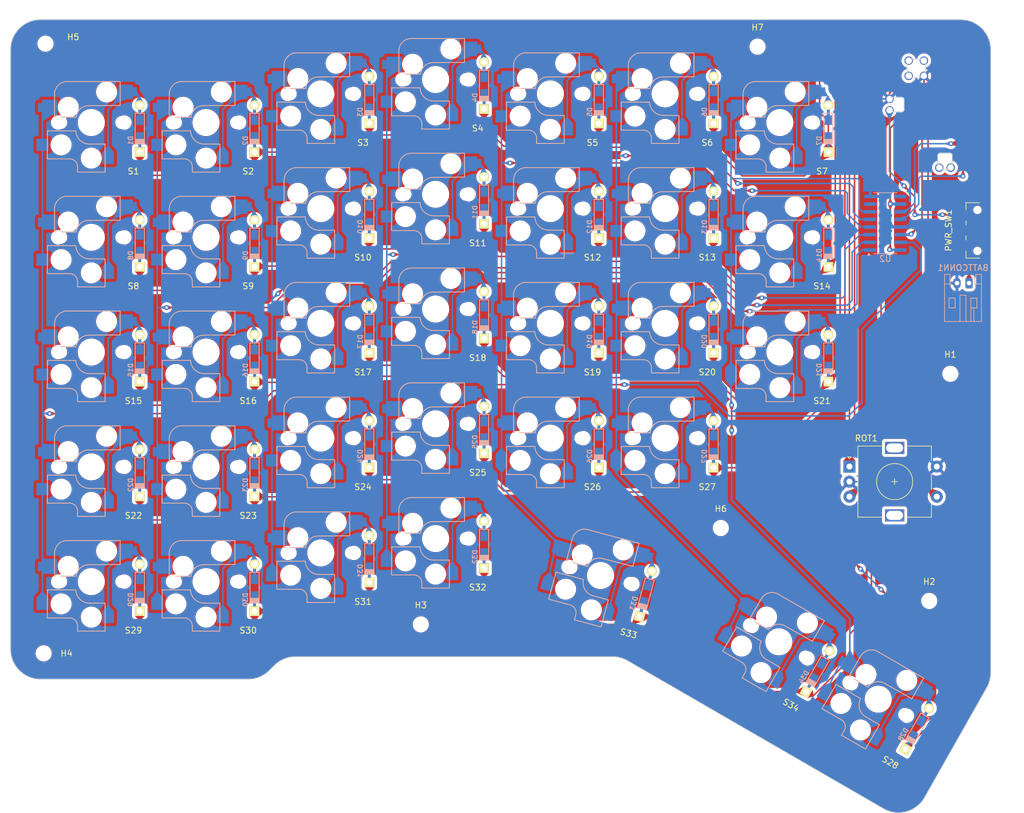
<source format=kicad_pcb>
(kicad_pcb (version 20240108) (generator "pcbnew") (generator_version "8.0")
  (layers (0 "F.Cu" signal) (31 "B.Cu" signal) (34 "B.Paste" user) (35 "F.Paste" user) (36 "B.SilkS" user "B.Silkscreen") (37 "F.SilkS" user "F.Silkscreen") (38 "B.Mask" user) (39 "F.Mask" user) (44 "Edge.Cuts" user))
  (net 0 "")
  (net 1 "row0")
  (net 2 "Net-(D1-A)")
  (net 3 "Net-(D2-A)")
  (net 4 "Net-(D3-A)")
  (net 5 "Net-(D4-A)")
  (net 6 "Net-(D5-A)")
  (net 7 "Net-(D6-A)")
  (net 8 "row1")
  (net 9 "Net-(D7-A)")
  (net 10 "Net-(D8-A)")
  (net 11 "Net-(D9-A)")
  (net 12 "Net-(D10-A)")
  (net 13 "Net-(D11-A)")
  (net 14 "Net-(D12-A)")
  (net 15 "row2")
  (net 16 "Net-(D13-A)")
  (net 17 "Net-(D14-A)")
  (net 18 "Net-(D15-A)")
  (net 19 "Net-(D16-A)")
  (net 20 "Net-(D17-A)")
  (net 21 "Net-(D18-A)")
  (net 22 "row3")
  (net 23 "Net-(D19-A)")
  (net 24 "Net-(D20-A)")
  (net 25 "Net-(D21-A)")
  (net 26 "Net-(D22-A)")
  (net 27 "Net-(D23-A)")
  (net 28 "Net-(D24-A)")
  (net 29 "row4")
  (net 30 "Net-(D25-A)")
  (net 31 "Net-(D26-A)")
  (net 32 "Net-(D27-A)")
  (net 33 "Net-(D28-A)")
  (net 34 "Net-(D29-A)")
  (net 35 "Net-(D30-A)")
  (net 37 "BATT")
  (net 38 "RAW")
  (net 39 "ROTA")
  (net 40 "ROTB")
  (net 41 "GND")
  (net 42 "B1")
  (net 43 "RESET")
  (net 44 "col0")
  (net 45 "col1")
  (net 46 "col2")
  (net 47 "col3")
  (net 48 "col4")
  (net 49 "col5")
  (net 50 "VCC")
  (net 54 "Net-(D31-A)")
  (net 55 "Net-(D32-A)")
  (net 56 "Net-(D33-A)")
  (net 57 "Net-(D34-A)")
  (net 58 "IO_CS")
  (net 59 "SCK")
  (net 60 "MOSI")
  (net 63 "col6")
  (net 64 "col7")
  (footprint "MountingHole:MountingHole_2.2mm_M2" (layer "F.Cu") (at 161.65 112.55)
    (property "Reference" "H6")
    (property "Value" "MountingHole")
  )
  (footprint "wackymxter:HybridDiode" (layer "F.Cu") (at 194.248322 145.851863 -120)
    (property "Reference" "D28")
    (property "Value" "Diode" (hide yes))
  )
  (footprint "wackymxter:MX_Choc_Hotswap" (layer "F.Cu") (at 133.35 59.53125)
    (property "Reference" "S12")
    (property "Value" "Keyswitch" (hide yes))
  )
  (footprint "wackymxter:HybridDiode" (layer "F.Cu") (at 103.3 98.63125 -90)
    (property "Reference" "D24")
    (property "Value" "Diode" (hide yes))
  )
  (footprint "wackymxter:MX_Choc_Hotswap" (layer "F.Cu") (at 114.3 76.2)
    (property "Reference" "S18")
    (property "Value" "Keyswitch" (hide yes))
  )
  (footprint "wackymxter:MX_Choc_Hotswap" (layer "F.Cu") (at 57.15 102.39375)
    (property "Reference" "S22")
    (property "Value" "Keyswitch" (hide yes))
  )
  (footprint "wackymxter:MX_Choc_Hotswap" (layer "F.Cu") (at 57.15 45.24375)
    (property "Reference" "S1")
    (property "Value" "Keyswitch" (hide yes))
  )
  (footprint "wackymxter:MX_Choc_Hotswap" (layer "F.Cu") (at 133.35 40.48125)
    (property "Reference" "S5")
    (property "Value" "Keyswitch" (hide yes))
  )
  (footprint "wackymxter:MX_Choc_Hotswap" (layer "F.Cu") (at 95.25 97.63125)
    (property "Reference" "S24")
    (property "Value" "Keyswitch" (hide yes))
  )
  (footprint "wackymxter:HybridDiode" (layer "F.Cu") (at 103.3 79.58125 -90)
    (property "Reference" "D17")
    (property "Value" "Diode" (hide yes))
  )
  (footprint "wackymxter:MX_Choc_Hotswap" (layer "F.Cu") (at 114.3 114.3)
    (property "Reference" "S32")
    (property "Value" "Keyswitch" (hide yes))
  )
  (footprint "MountingHole:MountingHole_2.2mm_M2" (layer "F.Cu") (at 49.55 32.15)
    (property "Reference" "H5")
    (property "Value" "MountingHole")
  )
  (footprint "wackymxter:MX_Choc_Hotswap" (layer "F.Cu") (at 133.35 97.63125)
    (property "Reference" "S26")
    (property "Value" "Keyswitch" (hide yes))
  )
  (footprint "wackymxter:HybridDiode" (layer "F.Cu") (at 160.45 60.53125 -90)
    (property "Reference" "D13")
    (property "Value" "Diode" (hide yes))
  )
  (footprint "wackymxter:MX_Choc_Hotswap" (layer "F.Cu") (at 187.776818 140.960838 -30)
    (property "Reference" "S28")
    (property "Value" "Keyswitch" (hide yes))
  )
  (footprint "wackymxter:HybridDiode" (layer "F.Cu") (at 84.25 103.39375 -90)
    (property "Reference" "D23")
    (property "Value" "Diode" (hide yes))
  )
  (footprint "wackymxter:MX_Choc_Hotswap" (layer "F.Cu") (at 171.45 83.34375)
    (property "Reference" "S21")
    (property "Value" "Keyswitch" (hide yes))
  )
  (footprint "wackymxter:HybridDiode" (layer "F.Cu") (at 160.45 41.48125 -90)
    (property "Reference" "D6")
    (property "Value" "Diode" (hide yes))
  )
  (footprint "wackymxter:MX_Choc_Hotswap" (layer "F.Cu") (at 76.2 83.34375)
    (property "Reference" "S16")
    (property "Value" "Keyswitch" (hide yes))
  )
  (footprint "wackymxter:HybridDiode" (layer "F.Cu") (at 179.5 46.24375 -90)
    (property "Reference" "D7")
    (property "Value" "Diode" (hide yes))
  )
  (footprint "MountingHole:MountingHole_2.2mm_M2" (layer "F.Cu") (at 111.85 128.55)
    (property "Reference" "H3")
    (property "Value" "MountingHole")
  )
  (footprint "wackymxter:HybridDiode" (layer "F.Cu") (at 179.5 65.29375 -90)
    (property "Reference" "D14")
    (property "Value" "Diode" (hide yes))
  )
  (footprint "wackymxter:MX_Choc_Hotswap" (layer "F.Cu") (at 57.15 83.34375)
    (property "Reference" "S15")
    (property "Value" "Keyswitch" (hide yes))
  )
  (footprint "Button_Switch_SMD:SW_SPDT_CK_JS102011SAQN" (layer "F.Cu") (at 204.25 63.15 90)
    (property "Reference" "PWR_SW1")
    (property "Value" "SW_SPDT")
  )
  (footprint "wackymxter:HybridDiode" (layer "F.Cu") (at 65.2 122.44375 -90)
    (property "Reference" "D29")
    (property "Value" "Diode" (hide yes))
  )
  (footprint "wackymxter:HybridDiode" (layer "F.Cu") (at 103.3 60.53125 -90)
    (property "Reference" "D10")
    (property "Value" "Diode" (hide yes))
  )
  (footprint "wackymxter:HybridDiode" (layer "F.Cu") (at 177.750538 136.326863 -120)
    (property "Reference" "D34")
    (property "Value" "Diode" (hide yes))
  )
  (footprint "wackymxter:HybridDiode" (layer "F.Cu") (at 103.3 41.48125 -90)
    (property "Reference" "D3")
    (property "Value" "Diode" (hide yes))
  )
  (footprint "Rotary_Encoder:RotaryEncoder_Alps_EC11E-Switch_Vertical_H20mm" (layer "F.Cu") (at 183 102.35)
    (property "Reference" "ROT1")
    (property "Value" "RotaryEncoder_Switch")
  )
  (footprint "wackymxter:xiao-ble-smd-cutout" (layer "F.Cu") (at 194.1 43.532)
    (property "Reference" "U1" (hide yes))
    (property "Value" "xiao-ble" (hide yes))
    (fp_line (start -4.699 -0.7488) (end -4.699 -1.7902) (stroke (width 0.12)) (layer "Edge.Cuts"))
    (fp_line (start -4.0132 -2.476) (end -2.413 -2.476) (stroke (width 0.12)) (layer "Edge.Cuts"))
    (fp_line (start -2.413 -0.063) (end -4.0132 -0.063) (stroke (width 0.12)) (layer "Edge.Cuts"))
    (fp_line (start -2.032 -2.095) (end -2.032 -0.444) (stroke (width 0.12)) (layer "Edge.Cuts"))
    (fp_line (start -1.524 -6.4638) (end -1.524 -8.1402) (stroke (width 0.12)) (layer "Edge.Cuts"))
    (fp_line (start -0.8382 -8.826) (end 0.8382 -8.826) (stroke (width 0.12)) (layer "Edge.Cuts"))
    (fp_line (start -0.8382 -5.778) (end 0.8382 -5.778) (stroke (width 0.12)) (layer "Edge.Cuts"))
    (fp_line (start 1.524 -6.4638) (end 1.524 -8.1402) (stroke (width 0.12)) (layer "Edge.Cuts"))
    (fp_line (start 3.556 8.7762) (end 3.5565 7.176) (stroke (width 0.12)) (layer "Edge.Cuts"))
    (fp_line (start 3.9375 6.795) (end 5.5885 6.795) (stroke (width 0.12)) (layer "Edge.Cuts"))
    (fp_line (start 5.2832 9.462) (end 4.2418 9.462) (stroke (width 0.12)) (layer "Edge.Cuts"))
    (fp_line (start 5.9695 7.176) (end 5.969 8.7762) (stroke (width 0.12)) (layer "Edge.Cuts"))
    (fp_arc (start -4.699 -0.7488) (mid -4.095391 -0.666609) (end -4.0132 -0.063) (stroke (width 0.12)) (layer "Edge.Cuts"))
    (fp_arc (start -4.0132 -2.476) (mid -4.095391 -1.872391) (end -4.699 -1.7902) (stroke (width 0.12)) (layer "Edge.Cuts"))
    (fp_arc (start -2.413 -2.476) (mid -2.143592 -2.364408) (end -2.032 -2.095) (stroke (width 0.12)) (layer "Edge.Cuts"))
    (fp_arc (start -2.032 -0.444) (mid -2.143592 -0.174592) (end -2.413 -0.063) (stroke (width 0.12)) (layer "Edge.Cuts"))
    (fp_arc (start -1.524 -6.4638) (mid -0.920391 -6.381609) (end -0.8382 -5.778) (stroke (width 0.12)) (layer "Edge.Cuts"))
    (fp_arc (start -0.8382 -8.826) (mid -0.920391 -8.222391) (end -1.524 -8.1402) (stroke (width 0.12)) (layer "Edge.Cuts"))
    (fp_arc (start 0.8382 -5.778) (mid 0.920391 -6.381609) (end 1.524 -6.4638) (stroke (width 0.12)) (layer "Edge.Cuts"))
    (fp_arc (start 1.524 -8.1402) (mid 0.920393 -8.222393) (end 0.8382 -8.826) (stroke (width 0.12)) (layer "Edge.Cuts"))
    (fp_arc (start 3.556 8.7762) (mid 4.159607 8.858393) (end 4.2418 9.462) (stroke (width 0.12)) (layer "Edge.Cuts"))
    (fp_arc (start 3.5565 7.176) (mid 3.668092 6.906592) (end 3.9375 6.795) (stroke (width 0.12)) (layer "Edge.Cuts"))
    (fp_arc (start 5.2832 9.462) (mid 5.365393 8.858393) (end 5.969 8.7762) (stroke (width 0.12)) (layer "Edge.Cuts"))
    (fp_arc (start 5.5885 6.795) (mid 5.857908 6.906592) (end 5.9695 7.176) (stroke (width 0.12)) (layer "Edge.Cuts"))
  )
  (footprint "wackymxter:MX_Choc_Hotswap" (layer "F.Cu") (at 152.4 97.63125)
    (property "Reference" "S27")
    (property "Value" "Keyswitch" (hide yes))
  )
  (footprint "wackymxter:MX_Choc_Hotswap" (layer "F.Cu") (at 95.25 78.58125)
    (property "Reference" "S17")
    (property "Value" "Keyswitch" (hide yes))
  )
  (footprint "wackymxter:HybridDiode" (layer "F.Cu") (at 179.5 84.34375 -90)
    (property "Reference" "D21")
    (property "Value" "Diode" (hide yes))
  )
  (footprint "wackymxter:MX_Choc_Hotswap" (layer "F.Cu") (at 152.4 40.48125)
    (property "Reference" "S6")
    (property "Value" "Keyswitch" (hide yes))
  )
  (footprint "wackymxter:HybridDiode" (layer "F.Cu") (at 122.35 96.25 -90)
    (property "Reference" "D25")
    (property "Value" "Diode" (hide yes))
  )
  (footprint "wackymxter:HybridDiode" (layer "F.Cu") (at 65.2 46.24375 -90)
    (property "Reference" "D1")
    (property "Value" "Diode" (hide yes))
  )
  (footprint "wackymxter:MX_Choc_Hotswap" (layer "F.Cu") (at 76.2 121.44375)
    (property "Reference" "S30")
    (property "Value" "Keyswitch" (hide yes))
  )
  (footprint "wackymxter:HybridDiode" (layer "F.Cu") (at 141.4 98.63125 -90)
    (property "Reference" "D26")
    (property "Value" "Diode" (hide yes))
  )
  (footprint "wackymxter:HybridDiode" (layer "F.Cu") (at 84.25 84.34375 -90)
    (property "Reference" "D16")
    (property "Value" "Diode" (hide yes))
  )
  (footprint "wackymxter:MX_Choc_Hotswap" (layer "F.Cu") (at 152.4 59.53125)
    (property "Reference" "S13")
    (property "Value" "Keyswitch" (hide yes))
  )
  (footprint "wackymxter:HybridDiode" (layer "F.Cu") (at 141.4 79.58125 -90)
    (property "Reference" "D19")
    (property "Value" "Diode" (hide yes))
  )
  (footprint "wackymxter:MX_Choc_Hotswap" (layer "F.Cu") (at 171.279034 131.435838 -30)
    (property "Reference" "S34")
    (property "Value" "Keyswitch" (hide yes))
  )
  (footprint "wackymxter:HybridDiode" (layer "F.Cu") (at 122.35 115.3 -90)
    (property "Reference" "D32")
    (property "Value" "Diode" (hide yes))
  )
  (footprint "wackymxter:HybridDiode" (layer "F.Cu") (at 122.35 77.2 -90)
    (property "Reference" "D18")
    (property "Value" "Diode" (hide yes))
  )
  (footprint "wackymxter:HybridDiode" (layer "F.Cu") (at 149.198514 123.47557 -105)
    (property "Reference" "D33")
    (property "Value" "Diode" (hide yes))
  )
  (footprint "wackymxter:MX_Choc_Hotswap" (layer "F.Cu") (at 76.2 102.39375)
    (property "Reference" "S23")
    (property "Value" "Keyswitch" (hide yes))
  )
  (footprint "wackymxter:MX_Choc_Hotswap" (layer "F.Cu") (at 114.3 95.25)
    (property "Reference" "S25")
    (property "Value" "Keyswitch" (hide yes))
  )
  (footprint "wackymxter:MX_Choc_Hotswap" (layer "F.Cu") (at 114.3 57.15)
    (property "Reference" "S11")
    (property "Value" "Keyswitch" (hide yes))
  )
  (footprint "wackymxter:MX_Choc_Hotswap" (layer "F.Cu") (at 114.3 38.1)
    (property "Reference" "S4")
    (property "Value" "Keyswitch" (hide yes))
  )
  (footprint "wackymxter:HybridDiode" (layer "F.Cu") (at 84.25 46.24375 -90)
    (property "Reference" "D2")
    (property "Value" "Diode" (hide yes))
  )
  (footprint "MountingHole:MountingHole_2.2mm_M2" (layer "F.Cu") (at 49.25 133.35)
    (property "Reference" "H4")
    (property "Value" "MountingHole")
  )
  (footprint "wackymxter:HybridDiode" (layer "F.Cu") (at 160.45 79.58125 -90)
    (property "Reference" "D20")
    (property "Value" "Diode" (hide yes))
  )
  (footprint "wackymxter:HybridDiode" (layer "F.Cu") (at 122.35 58.15 -90)
    (property "Reference" "D11")
    (property "Value" "Diode" (hide yes))
  )
  (footprint "wackymxter:HybridDiode" (layer "F.Cu") (at 122.35 39.1 -90)
    (property "Reference" "D4")
    (property "Value" "Diode" (hide yes))
  )
  (footprint "wackymxter:MX_Choc_Hotswap" (layer "F.Cu") (at 57.15 121.44375)
    (property "Reference" "S29")
    (property "Value" "Keyswitch" (hide yes))
  )
  (footprint "wackymxter:MX_Choc_Hotswap" (layer "F.Cu") (at 171.45 45.24375)
    (property "Reference" "S7")
    (property "Value" "Keyswitch" (hide yes))
  )
  (footprint "wackymxter:MX_Choc_Hotswap" (layer "F.Cu") (at 57.15 64.29375)
    (property "Reference" "S8")
    (property "Value" "Keyswitch" (hide yes))
  )
  (footprint "wackymxter:HybridDiode" (layer "F.Cu") (at 65.2 103.39375 -90)
    (property "Reference" "D22")
    (property "Value" "Diode" (hide yes))
  )
  (footprint "wackymxter:MX_Choc_Hotswap" (layer "F.Cu") (at 95.25 116.68125)
    (property "Reference" "S31")
    (property "Value" "Keyswitch" (hide yes))
  )
  (footprint "wackymxter:HybridDiode" (layer "F.Cu") (at 141.4 60.53125 -90)
    (property "Reference" "D12")
    (property "Value" "Diode" (hide yes))
  )
  (footprint "wackymxter:HybridDiode" (layer "F.Cu") (at 103.3 117.68125 -90)
    (property "Reference" "D31")
    (property "Value" "Diode" (hide yes))
  )
  (footprint "wackymxter:MX_Choc_Hotswap" (layer "F.Cu") (at 133.35 78.58125)
    (property "Reference" "S19")
    (property "Value" "Keyswitch" (hide yes))
  )
  (footprint "wackymxter:HybridDiode" (layer "F.Cu") (at 65.2 84.34375 -90)
    (property "Reference" "D15")
    (property "Value" "Diode" (hide yes))
  )
  (footprint "MountingHole:MountingHole_2.2mm_M2" (layer "F.Cu") (at 167.75 32.65)
    (property "Reference" "H7")
    (property "Value" "MountingHole")
  )
  (footprint "MountingHole:MountingHole_2.2mm_M2" (layer "F.Cu") (at 199.75 86.95)
    (property "Reference" "H1")
    (property "Value" "MountingHole")
  )
  (footprint "wackymxter:MX_Choc_Hotswap" (layer "F.Cu") (at 95.25 59.53125)
    (property "Reference" "S10")
    (property "Value" "Keyswitch" (hide yes))
  )
  (footprint "MountingHole:MountingHole_2.2mm_M2" (layer "F.Cu") (at 196.25 124.65)
    (property "Reference" "H2")
    (property "Value" "MountingHole")
  )
  (footprint "wackymxter:HybridDiode" (layer "F.Cu") (at 141.4 41.48125 -90)
    (property "Reference" "D5")
    (property "Value" "Diode" (hide yes))
  )
  (footprint "wackymxter:MX_Choc_Hotswap" (layer "F.Cu") (at 141.681631 120.426151 -15)
    (property "Reference" "S33")
    (property "Value" "Keyswitch" (hide yes))
  )
  (footprint "wackymxter:HybridDiode" (layer "F.Cu") (at 84.25 65.29375 -90)
    (property "Reference" "D9")
    (property "Value" "Diode" (hide yes))
  )
  (footprint "wackymxter:HybridDiode" (layer "F.Cu") (at 84.25 122.44375 -90)
    (property "Reference" "D30")
    (property "Value" "Diode" (hide yes))
  )
  (footprint "wackymxter:MX_Choc_Hotswap" (layer "F.Cu") (at 171.45 64.29375)
    (property "Reference" "S14")
    (property "Value" "Keyswitch" (hide yes))
  )
  (footprint "wackymxter:HybridDiode" (layer "F.Cu") (at 65.2 65.29375 -90)
    (property "Reference" "D8")
    (property "Value" "Diode" (hide yes))
  )
  (footprint "wackymxter:MX_Choc_Hotswap" (layer "F.Cu") (at 76.2 45.24375)
    (property "Reference" "S2")
    (property "Value" "Keyswitch" (hide yes))
  )
  (footprint "wackymxter:MX_Choc_Hotswap" (layer "F.Cu") (at 76.2 64.29375)
    (property "Reference" "S9")
    (property "Value" "Keyswitch" (hide yes))
  )
  (footprint "wackymxter:MX_Choc_Hotswap" (layer "F.Cu") (at 95.25 40.48125)
    (property "Reference" "S3")
    (property "Value" "Keyswitch" (hide yes))
  )
  (footprint "wackymxter:HybridDiode" (layer "F.Cu") (at 160.45 98.63125 -90)
    (property "Reference" "D27")
    (property "Value" "Diode" (hide yes))
  )
  (footprint "wackymxter:MX_Choc_Hotswap" (layer "F.Cu") (at 152.4 78.58125)
    (property "Reference" "S20")
    (property "Value" "Keyswitch" (hide yes))
  )
  (footprint "Connector_JST:JST_PH_S2B-PH-K_1x02_P2.00mm_Horizontal" (layer "B.Cu") (at 202.85 71.9 180)
    (property "Reference" "BATTCONN1")
    (property "Value" "Conn_01x02_Female")
  )
  (footprint "Package_SO:SOP-16_3.9x9.9mm_P1.27mm" (layer "B.Cu") (at 188.95 61.95)
    (property "Reference" "U2")
    (property "Value" "74HC595")
  )
  (gr_arc (start 143.658698 133.9) (mid 144.954196 134.070747) (end 146.161213 134.571326) (stroke (width 0.1)) (layer "Edge.Cuts"))
  (gr_line (start 48.75 28.15) (end 201.45 28.15) (stroke (width 0.1)) (layer "Edge.Cuts"))
  (gr_line (start 137.5 133.9) (end 91.071068 133.9) (stroke (width 0.1)) (layer "Edge.Cuts"))
  (gr_arc (start 43.75 33.15) (mid 45.214466 29.614466) (end 48.75 28.15) (stroke (width 0.1)) (layer "Edge.Cuts"))
  (gr_arc (start 86.714466 136.185534) (mid 85.092351 137.269408) (end 83.178932 137.65) (stroke (width 0.1)) (layer "Edge.Cuts"))
  (gr_line (start 43.75 132.65) (end 43.75 33.15) (stroke (width 0.1)) (layer "Edge.Cuts"))
  (gr_arc (start 201.45 28.15) (mid 204.985534 29.614466) (end 206.45 33.15) (stroke (width 0.1)) (layer "Edge.Cuts"))
  (gr_line (start 86.714466 136.185534) (end 87.535534 135.364466) (stroke (width 0.1)) (layer "Edge.Cuts"))
  (gr_line (start 205.794776 139.050477) (end 195.485689 157.259505) (stroke (width 0.1)) (layer "Edge.Cuts"))
  (gr_line (start 188.632104 159.12481) (end 146.161213 134.571326) (stroke (width 0.1)) (layer "Edge.Cuts"))
  (gr_line (start 83.178932 137.65) (end 48.75 137.65) (stroke (width 0.1)) (layer "Edge.Cuts"))
  (gr_line (start 143.658698 133.9) (end 137.5 133.9) (stroke (width 0.1)) (layer "Edge.Cuts"))
  (gr_arc (start 87.535534 135.364466) (mid 89.157649 134.280592) (end 91.071068 133.9) (stroke (width 0.1)) (layer "Edge.Cuts"))
  (gr_arc (start 48.75 137.65) (mid 45.214466 136.185534) (end 43.75 132.65) (stroke (width 0.1)) (layer "Edge.Cuts"))
  (gr_arc (start 195.485689 157.259505) (mid 192.44768 159.620643) (end 188.632104 159.12481) (stroke (width 0.1)) (layer "Edge.Cuts"))
  (gr_line (start 206.45 33.15) (end 206.45 136.576023) (stroke (width 0.1)) (layer "Edge.Cuts"))
  (gr_arc (start 206.45 136.576023) (mid 206.283419 137.85589) (end 205.794776 139.050477) (stroke (width 0.1)) (layer "Edge.Cuts"))
  (segment (start 141.4 45.38125) (end 141.4 48.35) (width 0.25) (layer "F.Cu") (net 1))
  (segment (start 125.6 49.15) (end 122.35 45.9) (width 0.25) (layer "F.Cu") (net 1))
  (segment (start 103.3 46.55) (end 104.05 47.3) (width 0.25) (layer "F.Cu") (net 1))
  (segment (start 141.4 48.35) (end 140.6 49.15) (width 0.25) (layer "F.Cu") (net 1))
  (segment (start 179.5 50.14375) (end 179.5 45) (width 0.25) (layer "F.Cu") (net 1))
  (segment (start 179.5 45) (end 178.05 43.55) (width 0.25) (layer "F.Cu") (net 1))
  (segment (start 165.2 54.1) (end 175.54375 54.1) (width 0.25) (layer "F.Cu") (net 1))
  (segment (start 160.45 49.35) (end 165.2 54.1) (width 0.25) (layer "F.Cu") (net 1))
  (segment (start 65.2 53.15) (end 66.05 54) (width 0.25) (layer "F.Cu") (net 1))
  (segment (start 178.488 35.912) (end 185.53004 35.912) (width 0.25) (layer "F.Cu") (net 1))
  (segment (start 143.4 49.35) (end 159.1 49.35) (width 0.25) (layer "F.Cu") (net 1))
  (segment (start 141.4 45.38125) (end 141.4 47.35) (width 0.25) (layer "F.Cu") (net 1))
  (segment (start 103.3 45.38125) (end 103.3 46.55) (width 0.25) (layer "F.Cu") (net 1))
  (segment (start 121.7 47.3) (end 122.35 46.65) (width 0.25) (layer "F.Cu") (net 1))
  (segment (start 175.54375 54.1) (end 179.5 50.14375) (width 0.25) (layer "F.Cu") (net 1))
  (segment (start 104.05 47.3) (end 121.7 47.3) (width 0.25) (layer "F.Cu") (net 1))
  (segment (start 141.4 47.35) (end 143.4 49.35) (width 0.25) (layer "F.Cu") (net 1))
  (segment (start 102.10625 50.14375) (end 103.3 48.95) (width 0.25) (layer "F.Cu") (net 1))
  (segment (start 178.05 43.55) (end 178.05 36.35) (width 0.25) (layer "F.Cu") (net 1))
  (segment (start 84.25 50.14375) (end 102.10625 50.14375) (width 0.25) (layer "F.Cu") (net 1))
  (segment (start 84.25 53.35) (end 84.25 50.14375) (width 0.25) (layer "F.Cu") (net 1))
  (segment (start 122.35 46.65) (end 122.35 43) (width 0.25) (layer "F.Cu") (net 1))
  (segment (start 83.6 54) (end 84.25 53.35) (width 0.25) (layer "F.Cu") (net 1))
  (segment (start 122.35 45.9) (end 122.35 43) (width 0.25) (layer "F.Cu") (net 1))
  (segment (start 160.45 48) (end 159.1 49.35) (width 0.25) (layer "F.Cu") (net 1))
  (segment (start 160.45 45.38125) (end 160.45 49.35) (width 0.25) (layer "F.Cu") (net 1))
  (segment (start 160.45 45.38125) (end 160.45 48) (width 0.25) (layer "F.Cu") (net 1))
  (segment (start 66.05 54) (end 83.6 54) (width 0.25) (layer "F.Cu") (net 1))
  (segment (start 65.2 50.14375) (end 65.2 53.15) (width 0.25) (layer "F.Cu") (net 1))
  (segment (start 103.3 48.95) (end 103.3 45.38125) (width 0.25) (layer "F.Cu") (net 1))
  (segment (start 140.6 49.15) (end 125.6 49.15) (width 0.25) (layer "F.Cu") (net 1))
  (segment (start 178.05 36.35) (end 178.488 35.912) (width 0.25) (layer "F.Cu") (net 1))
  (segment (start 59.95 43.06375) (end 62.85 40.16375) (width 0.25) (layer "B.Cu") (net 2))
  (segment (start 65.2 42.34375) (end 65.2 40.99375) (width 0.25) (layer "B.Cu") (net 2))
  (segment (start 65.2 40.99375) (end 64.35 40.14375) (width 0.25) (layer "B.Cu") (net 2))
  (segment (start 59.95 51.14375) (end 59.95 43.06375) (width 0.25) (layer "B.Cu") (net 2))
  (segment (start 79 43.06375) (end 81.9 40.16375) (width 0.25) (layer "B.Cu") (net 3))
  (segment (start 84.25 42.34375) (end 84.25 40.99375) (width 0.25) (layer "B.Cu") (net 3))
  (segment (start 84.25 40.99375) (end 83.4 40.14375) (width 0.25) (layer "B.Cu") (net 3))
  (segment (start 79 51.14375) (end 79 43.06375) (width 0.25) (layer "B.Cu") (net 3))
  (segment (start 98.05 38.30125) (end 100.95 35.40125) (width 0.25) (layer "B.Cu") (net 4))
  (segment (start 103.3 36.23125) (end 102.45 35.38125) (width 0.25) (layer "B.Cu") (net 4))
  (segment (start 98.05 46.38125) (end 98.05 38.30125) (width 0.25) (layer "B.Cu") (net 4))
  (segment (start 103.3 37.58125) (end 103.3 36.23125) (width 0.25) (layer "B.Cu") (net 4))
  (segment (start 122.35 33.85) (end 121.5 33) (width 0.25) (layer "B.Cu") (net 5))
  (segment (start 122.35 35.2) (end 122.35 33.85) (width 0.25) (layer "B.Cu") (net 5))
  (segment (start 117.1 35.92) (end 120 33.02) (width 0.25) (layer "B.Cu") (net 5))
  (segment (start 117.1 44) (end 117.1 35.92) (width 0.25) (layer "B.Cu") (net 5))
  (segment (start 141.4 36.23125) (end 140.55 35.38125) (width 0.25) (layer "B.Cu") (net 6))
  (segment (start 136.15 46.38125) (end 136.15 38.30125) (width 0.25) (layer "B.Cu") (net 6))
  (segment (start 136.15 38.30125) (end 139.05 35.40125) (width 0.25) (layer "B.Cu") (net 6))
  (segment (start 141.4 37.58125) (end 141.4 36.23125) (width 0.25) (layer "B.Cu") (net 6))
  (segment (start 155.2 38.30125) (end 158.1 35.40125) (width 0.25) (layer "B.Cu") (net 7))
  (segment (start 160.45 36.23125) (end 159.6 35.38125) (width 0.25) (layer "B.Cu") (net 7))
  (segment (start 160.45 37.58125) (end 160.45 36.23125) (width 0.25) (layer "B.Cu") (net 7))
  (segment (start 155.2 46.38125) (end 155.2 38.30125) (width 0.25) (layer "B.Cu") (net 7))
  (segment (start 141.325 66.275) (end 143.325 68.275) (width 0.25) (layer "F.Cu") (net 8))
  (segment (start 180.948 38.452) (end 185.53004 38.452) (width 0.25) (layer "F.Cu") (net 8))
  (segment (start 180.65 68.04375) (end 180.65 38.75) (width 0.25) (layer "F.Cu") (net 8))
  (segment (start 103.225 65.475) (end 103.975 66.225) (width 0.25) (layer "F.Cu") (net 8))
  (segment (start 175.46875 73.025) (end 179.425 69.06875) (width 0.25) (layer "F.Cu") (net 8))
  (segment (start 122.35 65.125) (end 124.7 67.475) (width 0.25) (layer "F.Cu") (net 8))
  (segment (start 165.125 73.025) (end 175.46875 73.025) (width 0.25) (layer "F.Cu") (net 8))
  (segment (start 65.2 72.25625) (end 66.05 73.10625) (width 0.25) (layer "F.Cu") (net 8))
  (segment (start 180.65 38.75) (end 180.948 38.452) (width 0.25) (layer "F.Cu") (net 8))
  (segment (start 65.2 69.25) (end 65.2 72.25625) (width 0.25) (layer "F.Cu") (net 8))
  (segment (start 66.05 73.10625) (end 83.6 73.10625) (width 0.25) (layer "F.Cu") (net 8))
  (segment (start 102.03125 69.06875) (end 103.225 67.875) (width 0.25) (layer "F.Cu") (net 8))
  (segment (start 122.35 65.125) (end 121.25 66.225) (width 0.25) (layer "F.Cu") (net 8))
  (segment (start 103.975 66.225) (end 121.25 66.225) (width 0.25) (layer "F.Cu") (net 8))
  (segment (start 160.375 64.30625) (end 160.375 68.275) (width 0.25) (layer "F.Cu") (net 8))
  (segment (start 141.325 67.275) (end 141.325 64.30625) (width 0.25) (layer "F.Cu") (net 8))
  (segment (start 141.125 67.475) (end 141.325 67.275) (width 0.25) (layer "F.Cu") (net 8))
  (segment (start 179.5 69.19375) (end 180.65 68.04375) (width 0.25) (layer "F.Cu") (net 8))
  (segment (start 143.325 68.275) (end 159.025 68.275) (width 0.25) (layer "F.Cu") (net 8))
  (segment (start 103.225 67.875) (end 103.225 64.30625) (width 0.25) (layer "F.Cu") (net 8))
  (segment (start 84.175 69.06875) (end 102.03125 69.06875) (width 0.25) (layer "F.Cu") (net 8))
  (segment (start 160.375 68.275) (end 165.125 73.025) (width 0.25) (layer "F.Cu") (net 8))
  (segment (start 160.375 66.925) (end 159.025 68.275) (width 0.25) (layer "F.Cu") (net 8))
  (segment (start 160.375 64.30625) (end 160.375 66.925) (width 0.25) (layer "F.Cu") (net 8))
  (segment (start 84.25 72.45625) (end 84.25 69.25) (width 0.25) (layer "F.Cu") (net 8))
  (segment (start 83.6 73.10625) (end 84.25 72.45625) (width 0.25) (layer "F.Cu") (net 8))
  (segment (start 124.7 67.475) (end 141.125 67.475) (width 0.25) (layer "F.Cu") (net 8))
  (segment (start 122.35 62.05) (end 122.35 65.125) (width 0.25) (layer "F.Cu") (net 8))
  (segment (start 179.5 40.99375) (end 178.65 40.14375) (width 0.25) (layer "B.Cu") (net 9))
  (segment (start 174.25 51.14375) (end 174.25 43.06375) (width 0.25) (layer "B.Cu") (net 9))
  (segment (start 174.25 43.06375) (end 177.15 40.16375) (width 0.25) (layer "B.Cu") (net 9))
  (segment (start 179.5 42.34375) (end 179.5 40.99375) (width 0.25) (layer "B.Cu") (net 9))
  (segment (start 59.95 70.19375) (end 59.95 62.11375) (width 0.25) (layer "B.Cu") (net 10))
  (segment (start 65.2 61.39375) (end 65.2 60.04375) (width 0.25) (layer "B.Cu") (net 10))
  (segment (start 59.95 62.11375) (end 62.85 59.21375) (width 0.25) (layer "B.Cu") (net 10))
  (segment (start 65.2 60.04375) (end 64.35 59.19375) (width 0.25) (layer "B.Cu") (net 10))
  (segment (start 79 70.19375) (end 79 62.11375) (width 0.25) (layer "B.Cu") (net 11))
  (segment (start 84.25 61.39375) (end 84.25 60.04375) (width 0.25) (layer "B.Cu") (net 11))
  (segment (start 84.25 60.04375) (end 83.4 59.19375) (width 0.25) (layer "B.Cu") (net 11))
  (segment (start 79 62.11375) (end 81.9 59.21375) (width 0.25) (layer "B.Cu") (net 11))
  (segment (start 98.05 65.43125) (end 98.05 57.35125) (width 0.25) (layer "B.Cu") (net 12))
  (segment (start 98.05 57.35125) (end 100.95 54.45125) (width 0.25) (layer "B.Cu") (net 12))
  (segment (start 103.3 56.63125) (end 103.3 55.28125) (width 0.25) (layer "B.Cu") (net 12))
  (segment (start 103.3 55.28125) (end 102.45 54.43125) (width 0.25) (layer "B.Cu") (net 12))
  (segment (start 122.35 52.9) (end 121.5 52.05) (width 0.25) (layer "B.Cu") (net 13))
  (segment (start 117.1 63.05) (end 117.1 54.97) (width 0.25) (layer "B.Cu") (net 13))
  (segment (start 117.1 54.97) (end 120 52.07) (width 0.25) (layer "B.Cu") (net 13))
  (segment (start 122.35 54.25) (end 122.35 52.9) (width 0.25) (layer "B.Cu") (net 13))
  (segment (start 136.15 57.35125) (end 139.05 54.45125) (width 0.25) (layer "B.Cu") (net 14))
  (segment (start 136.15 65.43125) (end 136.15 57.35125) (width 0.25) (layer "B.Cu") (net 14))
  (segment (start 141.4 55.28125) (end 140.55 54.43125) (width 0.25) (layer "B.Cu") (net 14))
  (segment (start 141.4 56.63125) (end 141.4 55.28125) (width 0.25) (layer "B.Cu") (net 14))
  (segment (start 164.296875 91.396875) (end 176.496875 91.396875) (width 0.25) (layer "F.Cu") (net 15))
  (segment (start 122.375 84.125) (end 122.375 81.225) (width 0.25) (layer "F.Cu") (net 15))
  (segment (start 125.625 87.375) (end 122.375 84.125) (width 0.25) (layer "F.Cu") (net 15))
  (segment (start 160.475 86.225) (end 160.475 87.575) (width 0.25) (layer "F.Cu") (net 15))
  (segment (start 65.2 88.3) (end 65.2 91.30625) (width 0.25) (layer "F.Cu") (net 15))
  (segment (start 103.325 87.175) (end 103.325 83.60625) (width 0.25) (layer "F.Cu") (net 15))
  (segment (start 176.496875 91.396875) (end 179.525 88.36875) (width 0.25) (layer "F.Cu") (net 15))
  (segment (start 83.6 92.15625) (end 84.25 91.50625) (width 0.25) (layer "F.Cu") (net 15))
  (segment (start 104.075 85.525) (end 121.725 85.525) (width 0.25) (layer "F.Cu") (net 15))
  (segment (start 141.425 86.575) (end 140.625 87.375) (width 0.25) (layer "F.Cu") (net 15))
  (segment (start 181.45 41.35) (end 181.45 86.29375) (width 0.25) (layer "F.Cu") (net 15))
  (segment (start 66.05 92.15625) (end 83.6 92.15625) (width 0.25) (layer "F.Cu") (net 15))
  (segment (start 160.45 86.2) (end 160.45 83.48125) (width 0.25) (layer "F.Cu") (net 15))
  (segment (start 143.425 87.575) (end 159.125 87.575) (width 0.25) (layer "F.Cu") (net 15))
  (segment (start 160.475 86.225) (end 160.45 86.2) (width 0.25) (layer "F.Cu") (net 15))
  (segment (start 102.13125 88.36875) (end 103.325 87.175) (width 0.25) (layer "F.Cu") (net 15))
  (segment (start 122.375 84.875) (end 122.375 81.225) (width 0.25) (layer "F.Cu") (net 15))
  (segment (start 140.625 87.375) (end 125.625 87.375) (width 0.25) (layer "F.Cu") (net 15))
  (segment (start 141.425 85.575) (end 143.425 87.575) (width 0.25) (layer "F.Cu") (net 15))
  (segment (start 65.2 91.30625) (end 66.05 92.15625) (width 0.25) (layer "F.Cu") (net 15))
  (segment (start 181.808 40.992) (end 181.45 41.35) (width 0.25) (layer "F.Cu") (net 15))
  (segment (start 181.45 86.29375) (end 179.5 88.24375) (width 0.25) (layer "F.Cu") (net 15))
  (segment (start 121.725 85.525) (end 122.375 84.875) (width 0.25) (layer "F.Cu") (net 15))
  (segment (start 141.425 83.60625) (end 141.425 86.575) (width 0.25) (layer "F.Cu") (net 15))
  (segment (start 185.53004 40.992) (end 181.808 40.992) (width 0.25) (layer "F.Cu") (net 15))
  (segment (start 160.475 87.575) (end 164.296875 91.396875) (width 0.25) (layer "F.Cu") (net 15))
  (segment (start 84.25 91.50625) (end 84.25 88.3) (width 0.25) (layer "F.Cu") (net 15))
  (segment (start 159.125 87.575) (end 160.475 86.225) (width 0.25) (layer "F.Cu") (net 15))
  (segment (start 84.275 88.36875) (end 102.13125 88.36875) (width 0.25) (layer "F.Cu") (net 15))
  (segment (start 103.325 84.775) (end 104.075 85.525) (width 0.25) (layer "F.Cu") (net 15))
  (segment (start 160.45 56.63125) (end 160.45 55.28125) (width 0.25) (layer "B.Cu") (net 16))
  (segment (start 155.2 57.35125) (end 158.1 54.45125) (width 0.25) (layer "B.Cu") (net 16))
  (segment (start 155.2 65.43125) (end 155.2 57.35125) (width 0.25) (layer "B.Cu") (net 16))
  (segment (start 160.45 55.28125) (end 159.6 54.43125) (width 0.25) (layer "B.Cu") (net 16))
  (segment (start 179.5 60.04375) (end 178.65 59.19375) (width 0.25) (layer "B.Cu") (net 17))
  (segment (start 174.25 70.19375) (end 174.25 62.11375) (width 0.25) (layer "B.Cu") (net 17))
  (segment (start 174.25 62.11375) (end 177.15 59.21375) (width 0.25) (layer "B.Cu") (net 17))
  (segment (start 179.5 61.39375) (end 179.5 60.04375) (width 0.25) (layer "B.Cu") (net 17))
  (segment (start 65.2 80.44375) (end 65.2 79.09375) (width 0.25) (layer "B.Cu") (net 18))
  (segment (start 59.95 81.16375) (end 62.85 78.26375) (width 0.25) (layer "B.Cu") (net 18))
  (segment (start 65.2 79.09375) (end 64.35 78.24375) (width 0.25) (layer "B.Cu") (net 18))
  (segment (start 59.95 89.24375) (end 59.95 81.16375) (width 0.25) (layer "B.Cu") (net 18))
  (segment (start 84.25 79.09375) (end 83.4 78.24375) (width 0.25) (layer "B.Cu") (net 19))
  (segment (start 79 81.16375) (end 81.9 78.26375) (width 0.25) (layer "B.Cu") (net 19))
  (segment (start 79 89.24375) (end 79 81.16375) (width 0.25) (layer "B.Cu") (net 19))
  (segment (start 84.25 80.44375) (end 84.25 79.09375) (width 0.25) (layer "B.Cu") (net 19))
  (segment (start 103.3 75.68125) (end 103.3 74.33125) (width 0.25) (layer "B.Cu") (net 20))
  (segment (start 98.05 76.40125) (end 100.95 73.50125) (width 0.25) (layer "B.Cu") (net 20))
  (segment (start 103.3 74.33125) (end 102.45 73.48125) (width 0.25) (layer "B.Cu") (net 20))
  (segment (start 98.05 84.48125) (end 98.05 76.40125) (width 0.25) (layer "B.Cu") (net 20))
  (segment (start 117.1 74.02) (end 120 71.12) (width 0.25) (layer "B.Cu") (net 21))
  (segment (start 122.35 73.3) (end 122.35 71.95) (width 0.25) (layer "B.Cu") (net 21))
  (segment (start 117.1 82.1) (end 117.1 74.02) (width 0.25) (layer "B.Cu") (net 21))
  (segment (start 122.35 71.95) (end 121.5 71.1) (width 0.25) (layer "B.Cu") (net 21))
  (segment (start 182.25 43.75) (end 182.25 88.35) (width 0.25) (layer "F.Cu") (net 22))
  (segment (start 182.468 43.532) (end 182.25 43.75) (width 0.25) (layer "F.Cu") (net 22))
  (segment (start 185.53004 43.532) (end 182.468 43.532) (width 0.25) (layer "F.Cu") (net 22))
  (segment (start 143.425 106.575) (end 159.125 106.575) (width 0.25) (layer "F.Cu") (net 22))
  (segment (start 103.325 106.175) (end 103.325 102.60625) (width 0.25) (layer "F.Cu") (net 22))
  (segment (start 125.625 106.375) (end 122.375 103.125) (width 0.25) (layer "F.Cu") (net 22))
  (segment (start 168.06875 102.53125) (end 160.45 102.53125) (width 0.25) (layer "F.Cu") (net 22))
  (segment (start 104.075 104.525) (end 121.725 104.525) (width 0.25) (layer "F.Cu") (net 22))
  (segment (start 103.325 103.775) (end 104.075 104.525) (width 0.25) (layer "F.Cu") (net 22))
  (segment (start 141.425 104.575) (end 143.425 106.575) (width 0.25) (layer "F.Cu") (net 22))
  (segment (start 122.375 103.875) (end 122.375 100.225) (width 0.25) (layer "F.Cu") (net 22))
  (segment (start 65.2 107.35) (end 65.2 110.35625) (width 0.25) (layer "F.Cu") (net 22))
  (segment (start 198.05 137.95) (end 198.05 143.477684) (width 0.25) (layer "F.Cu") (net 22))
  (segment (start 83.6 111.20625) (end 84.25 110.55625) (width 0.25) (layer "F.Cu") (net 22))
  (segment (start 102.13125 107.36875) (end 103.325 106.175) (width 0.25) (layer "F.Cu") (net 22))
  (segment (start 66.05 111.20625) (end 83.6 111.20625) (width 0.25) (layer "F.Cu") (net 22))
  (segment (start 141.425 102.60625) (end 141.425 105.575) (width 0.25) (layer "F.Cu") (net 22))
  (segment (start 84.275 107.36875) (end 102.13125 107.36875) (width 0.25) (layer "F.Cu") (net 22))
  (segment (start 160.475 105.225) (end 159.125 106.575) (width 0.25) (layer "F.Cu") (net 22))
  (segment (start 182.25 88.35) (end 168.06875 102.53125) (width 0.25) (layer "F.Cu") (net 22))
  (segment (start 160.475 102.60625) (end 160.475 105.225) (width 0.25) (layer "F.Cu") (net 22))
  (segment (start 141.425 105.575) (end 140.625 106.375) (width 0.25) (layer "F.Cu") (net 22))
  (segment (start 121.725 104.525) (end 122.375 103.875) (width 0.25) (layer "F.Cu") (net 22))
  (segment (start 184.85 119.3125) (end 184.85 119.35) (width 0.25) (layer "F.Cu") (net 22))
  (segment (start 168.06875 102.53125) (end 184.85 119.3125) (width 0.25) (layer "F.Cu") (net 22))
  (segment (start 198.05 143.477684) (end 192.298322 149.229362) (width 0.25) (layer "F.Cu") (net 22))
  (segment (start 122.375 103.125) (end 122.375 100.225) (width 0.25) (layer "F.Cu") (net 22))
  (segment (start 188.25 122.75) (end 189.25 123.75) (width 0.25) (layer "F.Cu") (net 22))
  (segment (start 65.2 110.35625) (end 66.05 111.20625) (width 0.25) (layer "F.Cu") (net 22))
  (segment (start 84.25 110.55625) (end 84.25 107.35) (width 0.25) (layer "F.Cu") (net 22))
  (segment (start 140.625 106.375) (end 125.625 106.375) (width 0.25) (layer "F.Cu") (net 22))
  (segment (start 189.25 123.75) (end 189.25 129.15) (width 0.25) (layer "F.Cu") (net 22))
  (segment (start 189.25 129.15) (end 198.05 137.95) (width 0.25) (layer "F.Cu") (net 22))
  (via (at 184.85 119.35) (size 0.8) (drill 0.4) (layers "F.Cu" "B.Cu") (net 22))
  (via (at 188.25 122.75) (size 0.8) (drill 0.4) (layers "F.Cu" "B.Cu") (net 22))
  (segment (start 184.85 119.35) (end 188.25 122.75) (width 0.25) (layer "B.Cu") (net 22))
  (segment (start 141.4 75.68125) (end 141.4 74.33125) (width 0.25) (layer "B.Cu") (net 23))
  (segment (start 141.4 74.33125) (end 140.55 73.48125) (width 0.25) (layer "B.Cu") (net 23))
  (segment (start 136.15 76.40125) (end 139.05 73.50125) (width 0.25) (layer "B.Cu") (net 23))
  (segment (start 136.15 84.48125) (end 136.15 76.40125) (width 0.25) (layer "B.Cu") (net 23))
  (segment (start 160.45 75.68125) (end 160.45 74.33125) (width 0.25) (layer "B.Cu") (net 24))
  (segment (start 155.2 84.48125) (end 155.2 76.40125) (width 0.25) (layer "B.Cu") (net 24))
  (segment (start 155.2 76.40125) (end 158.1 73.50125) (width 0.25) (layer "B.Cu") (net 24))
  (segment (start 160.45 74.33125) (end 159.6 73.48125) (width 0.25) (layer "B.Cu") (net 24))
  (segment (start 174.25 81.16375) (end 177.15 78.26375) (width 0.25) (layer "B.Cu") (net 25))
  (segment (start 179.5 80.44375) (end 179.5 79.09375) (width 0.25) (layer "B.Cu") (net 25))
  (segment (start 179.5 79.09375) (end 178.65 78.24375) (width 0.25) (layer "B.Cu") (net 25))
  (segment (start 174.25 89.24375) (end 174.25 81.16375) (width 0.25) (layer "B.Cu") (net 25))
  (segment (start 59.95 100.21375) (end 62.85 97.31375) (width 0.25) (layer "B.Cu") (net 26))
  (segment (start 59.95 108.29375) (end 59.95 100.21375) (width 0.25) (layer "B.Cu") (net 26))
  (segment (start 65.2 99.49375) (end 65.2 98.14375) (width 0.25) (layer "B.Cu") (net 26))
  (segment (start 65.2 98.14375) (end 64.35 97.29375) (width 0.25) (layer "B.Cu") (net 26))
  (segment (start 79 108.29375) (end 79 100.21375) (width 0.25) (layer "B.Cu") (net 27))
  (segment (start 84.25 99.49375) (end 84.25 98.14375) (width 0.25) (layer "B.Cu") (net 27))
  (segment (start 84.25 98.14375) (end 83.4 97.29375) (width 0.25) (layer "B.Cu") (net 27))
  (segment (start 79 100.21375) (end 81.9 97.31375) (width 0.25) (layer "B.Cu") (net 27))
  (segment (start 98.05 103.53125) (end 98.05 95.45125) (width 0.25) (layer "B.Cu") (net 28))
  (segment (start 103.3 94.73125) (end 103.3 93.38125) (width 0.25) (layer "B.Cu") (net 28))
  (segment (start 98.05 95.45125) (end 100.95 92.55125) (width 0.25) (layer "B.Cu") (net 28))
  (segment (start 103.3 93.38125) (end 102.45 92.53125) (width 0.25) (layer "B.Cu") (net 28))
  (segment (start 183.05 130.15) (end 186.65 126.55) (width 0.25) (layer "F.Cu") (net 29))
  (segment (start 122.375 122.875) (end 122.375 122.75) (width 0.25) (layer "F.Cu") (net 29))
  (segment (start 188.25 51.75) (end 187.652 51.152) (width 0.25) (layer "F.Cu") (net 29))
  (segment (start 159.75 129.9) (end 159.75 133.65) (width 0.25) (layer "F.Cu") (net 29))
  (segment (start 187.652 51.152) (end 185.53004 51.152) (width 0.25) (layer "F.Cu") (net 29))
  (segment (start 176.446176 140.35) (end 177.05 140.35) (width 0.25) (layer "F.Cu") (net 29))
  (segment (start 65.2 129.40625) (end 66.05 130.25625) (width 0.25) (layer "F.Cu") (net 29))
  (segment (start 122.375 122.75) (end 128.175 128.55) (width 0.25) (layer "F.Cu") (net 29))
  (segment (start 84.25 129.60625) (end 84.25 126.4) (width 0.25) (layer "F.Cu") (net 29))
  (segment (start 186.65 126.55) (end 186.65 96.75) (width 0.25) (layer "F.Cu") (net 29))
  (segment (start 146.881801 128.55) (end 148.18912 127.242681) (width 0.25) (layer "F.Cu") (net 29))
  (segment (start 128.175 128.55) (end 146.881801 128.55) (width 0.25) (layer "F.Cu") (net 29))
  (segment (start 183.05 134.35) (end 183.05 130.15) (width 0.25) (layer "F.Cu") (net 29))
  (segment (start 102.13125 126.36875) (end 103.325 125.175) (width 0.25) (layer "F.Cu") (net 29))
  (segment (start 186.65 96.75) (end 188.25 95.15) (width 0.25) (layer "F.Cu") (net 29))
  (segment (start 84.275 126.36875) (end 102.13125 126.36875) (width 0.25) (layer "F.Cu") (net 29))
  (segment (start 165.75 139.704362) (end 165.75 139.65) (width 0.25) (layer "F.Cu") (net 29))
  (segment (start 122.375 122.75) (end 122.375 119.225) (width 0.25) (layer "F.Cu") (net 29))
  (segment (start 104.075 123.525) (end 121.725 123.525) (width 0.25) (layer "F.Cu") (net 29))
  (segment (start 175.800538 139.704362) (end 176.446176 140.35) (width 0.25) (layer "F.Cu") (net 29))
  (segment (start 165.75 139.65) (end 159.75 133.65) (width 0.25) (layer "F.Cu") (net 29))
  (segment (start 66.05 130.25625) (end 83.6 130.25625) (width 0.25) (layer "F.Cu") (net 29))
  (segment (start 148.18912 127.242681) (end 157.092681 127.242681) (width 0.25) (layer "F.Cu") (net 29))
  (segment (start 165.75 139.704362) (end 175.800538 139.704362) (width 0.25) (layer "F.Cu") (net 29))
  (segment (start 65.2 126.4) (end 65.2 129.40625) (width 0.25) (layer "F.Cu") (net 29))
  (segment (start 157.092681 127.242681) (end 159.75 129.9) (width 0.25) (layer "F.Cu") (net 29))
  (segment (start 188.25 95.15) (end 188.25 51.75) (width 0.25) (layer "F.Cu") (net 29))
  (segment (start 177.05 140.35) (end 183.05 134.35) (width 0.25) (layer "F.Cu") (net 29))
  (segment (start 121.725 123.525) (end 122.375 122.875) (width 0.25) (layer "F.Cu") (net 29))
  (segment (start 103.325 125.175) (end 103.325 121.60625) (width 0.25) (layer "F.Cu") (net 29))
  (segment (start 103.325 122.775) (end 104.075 123.525) (width 0.25) (layer "F.Cu") (net 29))
  (segment (start 83.6 130.25625) (end 84.25 129.60625) (width 0.25) (layer "F.Cu") (net 29))
  (segment (start 122.35 91) (end 121.5 90.15) (width 0.25) (layer "B.Cu") (net 30))
  (segment (start 122.35 92.35) (end 122.35 91) (width 0.25) (layer "B.Cu") (net 30))
  (segment (start 117.1 93.07) (end 120 90.17) (width 0.25) (layer "B.Cu") (net 30))
  (segment (start 117.1 101.15) (end 117.1 93.07) (width 0.25) (layer "B.Cu") (net 30))
  (segment (start 141.4 93.38125) (end 140.55 92.53125) (width 0.25) (layer "B.Cu") (net 31))
  (segment (start 136.15 95.45125) (end 139.05 92.55125) (width 0.25) (layer "B.Cu") (net 31))
  (segment (start 141.4 94.73125) (end 141.4 93.38125) (width 0.25) (layer "B.Cu") (net 31))
  (segment (start 136.15 103.53125) (end 136.15 95.45125) (width 0.25) (layer "B.Cu") (net 31))
  (segment (start 160.45 94.73125) (end 160.45 93.38125) (width 0.25) (layer "B.Cu") (net 32))
  (segment (start 160.45 93.38125) (end 159.6 92.53125) (width 0.25) (layer "B.Cu") (net 32))
  (segment (start 155.2 95.45125) (end 158.1 92.55125) (width 0.25) (layer "B.Cu") (net 32))
  (segment (start 155.2 103.53125) (end 155.2 95.45125) (width 0.25) (layer "B.Cu") (net 32))
  (segment (start 191.291689 140.472903) (end 195.253163 139.411429) (width 0.25) (layer "B.Cu") (net 33))
  (segment (start 187.251689 147.470388) (end 191.291689 140.472903) (width 0.25) (layer "B.Cu") (net 33))
  (segment (start 196.198322 140.507987) (end 196.562201 140.144108) (width 0.25) (layer "B.Cu") (net 33))
  (segment (start 196.198322 142.474364) (end 196.198322 140.507987) (width 0.25) (layer "B.Cu") (net 33))
  (segment (start 65.2 117.19375) (end 64.35 116.34375) (width 0.25) (layer "B.Cu") (net 34))
  (segment (start 59.95 127.34375) (end 59.95 119.26375) (width 0.25) (layer "B.Cu") (net 34))
  (segment (start 59.95 119.26375) (end 62.85 116.36375) (width 0.25) (layer "B.Cu") (net 34))
  (segment (start 65.2 118.54375) (end 65.2 117.19375) (width 0.25) (layer "B.Cu") (net 34))
  (segment (start 79 127.34375) (end 79 119.26375) (width 0.25) (layer "B.Cu") (net 35))
  (segment (start 84.25 117.19375) (end 83.4 116.34375) (width 0.25) (layer "B.Cu") (net 35))
  (segment (start 79 119.26375) (end 81.9 116.36375) (width 0.25) (layer "B.Cu") (net 35))
  (segment (start 84.25 118.54375) (end 84.25 117.19375) (width 0.25) (layer "B.Cu") (net 35))
  (segment (start 202.85 69.75) (end 202.5 69.4) (width 0.25) (layer "F.Cu") (net 37))
  (segment (start 199 63.15) (end 197.75 64.4) (width 0.25) (layer "F.Cu") (net 37))
  (segment (start 197.75 64.4) (end 197.75 66.65) (width 0.25) (layer "F.Cu") (net 37))
  (segment (start 197.75 66.65) (end 200.5 69.4) (width 0.25) (layer "F.Cu") (net 37))
  (segment (start 201.5 63.15) (end 199 63.15) (width 0.25) (layer "F.Cu") (net 37))
  (segment (start 202.85 71.9) (end 202.85 69.75) (width 0.25) (layer "F.Cu") (net 37))
  (segment (start 200.5 69.4) (end 202.5 69.4) (width 0.25) (layer "F.Cu") (net 37))
  (segment (start 200.2 60.55) (end 200.4 60.75) (width 0.25) (layer "F.Cu") (net 38))
  (segment (start 193.85 57.55) (end 193.85 60.55) (width 0.25) (layer "F.Cu") (net 38))
  (segment (start 192.05 55.75) (end 193.85 57.55) (width 0.25) (layer "F.Cu") (net 38))
  (segment (start 198.45 60.55) (end 200.2 60.55) (width 0.25) (layer "F.Cu") (net 38))
  (via (at 192.05 55.75) (size 0.8) (drill 0.4) (layers "F.Cu" "B.Cu") (net 38))
  (via (at 198.45 60.55) (size 0.8) (drill 0.4) (layers "F.Cu" "B.Cu") (net 38))
  (via (at 193.85 60.55) (size 0.8) (drill 0.4) (layers "F.Cu" "B.Cu") (net 38))
  (segment (start 189.655 43.215) (end 189.655 53.355) (width 0.25) (layer "B.Cu") (net 38))
  (segment (start 189.655 53.355) (end 192.05 55.75) (width 0.25) (layer "B.Cu") (net 38))
  (segment (start 193.85 60.55) (end 198.45 60.55) (width 0.25) (layer "B.Cu") (net 38))
  (segment (start 183.328 46.072) (end 185.53004 46.072) (width 0.25) (layer "F.Cu") (net 39))
  (segment (start 183 46.4) (end 183.328 46.072) (width 0.25) (layer "F.Cu") (net 39))
  (segment (start 183 102.35) (end 183 46.4) (width 0.25) (layer "F.Cu") (net 39))
  (segment (start 184.85 105.5) (end 183 107.35) (width 0.25) (layer "F.Cu") (net 40))
  (segment (start 183.85 99.75) (end 184.85 100.75) (width 0.25) (layer "F.Cu") (net 40))
  (segment (start 184.85 100.75) (end 184.85 105.5) (width 0.25) (layer "F.Cu") (net 40))
  (segment (start 184.188 48.612) (end 183.85 48.95) (width 0.25) (layer "F.Cu") (net 40))
  (segment (start 183.85 48.95) (end 183.85 99.75) (width 0.25) (layer "F.Cu") (net 40))
  (segment (start 185.53004 48.612) (end 184.188 48.612) (width 0.25) (layer "F.Cu") (net 40))
  (segment (start 190.05 39.95) (end 189.655 40.345) (width 0.25) (layer "F.Cu") (net 41))
  (segment (start 199.25 36.15) (end 201.552 38.452) (width 0.25) (layer "F.Cu") (net 41))
  (segment (start 189.655 40.345) (end 189.655 41.31) (width 0.25) (layer "F.Cu") (net 41))
  (segment (start 196.72 36.15) (end 199.25 36.15) (width 0.25) (layer "F.Cu") (net 41))
  (segment (start 194.85 39.95) (end 190.05 39.95) (width 0.25) (layer "F.Cu") (net 41))
  (segment (start 195.37 37.5) (end 195.37 39.43) (width 0.25) (layer "F.Cu") (net 41))
  (segment (start 195.37 37.5) (end 196.72 36.15) (width 0.25) (layer "F.Cu") (net 41))
  (segment (start 201.552 38.452) (end 202.66996 38.452) (width 0.25) (layer "F.Cu") (net 41))
  (segment (start 195.37 39.43) (end 194.85 39.95) (width 0.25) (layer "F.Cu") (net 41))
  (segment (start 195 104.85) (end 197.5 102.35) (width 0.25) (layer "B.Cu") (net 41))
  (segment (start 191.45 62.585) (end 192.315 62.585) (width 0.25) (layer "B.Cu") (net 41))
  (segment (start 192.315 62.585) (end 193 61.9) (width 0.25) (layer "B.Cu") (net 41))
  (segment (start 189.005 57.505) (end 188.25 57.505) (width 0.25) (layer "B.Cu") (net 41))
  (segment (start 200.85 63.5) (end 200.85 71.9) (width 0.25) (layer "B.Cu") (net 41))
  (segment (start 191.45 62.585) (end 190.450001 62.585) (width 0.25) (layer "B.Cu") (net 41))
  (segment (start 196.75 101.6) (end 196.75 78.65) (width 0.25) (layer "B.Cu") (net 41))
  (segment (start 190.450001 62.585) (end 189.05 61.184999) (width 0.25) (layer "B.Cu") (net 41))
  (segment (start 196.75 78.65) (end 200.85 74.55) (width 0.25) (layer "B.Cu") (net 41))
  (segment (start 183 104.85) (end 195 104.85) (width 0.25) (layer "B.Cu") (net 41))
  (segment (start 193 61.9) (end 199.25 61.9) (width 0.25) (layer "B.Cu") (net 41))
  (segment (start 200.85 74.55) (end 200.85 71.9) (width 0.25) (layer "B.Cu") (net 41))
  (segment (start 188.25 41.55) (end 188.25 57.505) (width 0.25) (layer "B.Cu") (net 41))
  (segment (start 189.655 41.31) (end 188.49 41.31) (width 0.25) (layer "B.Cu") (net 41))
  (segment (start 189.05 57.55) (end 189.005 57.505) (width 0.25) (layer "B.Cu") (net 41))
  (segment (start 189.05 61.184999) (end 189.05 57.55) (width 0.25) (layer "B.Cu") (net 41))
  (segment (start 199.25 61.9) (end 200.85 63.5) (width 0.25) (layer "B.Cu") (net 41))
  (segment (start 188.49 41.31) (end 188.25 41.55) (width 0.25) (layer "B.Cu") (net 41))
  (segment (start 197.5 102.35) (end 196.75 101.6) (width 0.25) (layer "B.Cu") (net 41))
  (segment (start 188.25 57.505) (end 186.45 57.505) (width 0.25) (layer "B.Cu") (net 41))
  (segment (start 196.05 62.55) (end 196.05 46.75) (width 0.25) (layer "F.Cu") (net 42))
  (segment (start 196.728 46.072) (end 202.66996 46.072) (width 0.25) (layer "F.Cu") (net 42))
  (segment (start 197.5 107.35) (end 195.65 105.5) (width 0.25) (layer "F.Cu") (net 42))
  (segment (start 195.65 62.95) (end 196.05 62.55) (width 0.25) (layer "F.Cu") (net 42))
  (segment (start 196.05 46.75) (end 196.728 46.072) (width 0.25) (layer "F.Cu") (net 42))
  (segment (start 195.65 105.5) (end 195.65 62.95) (width 0.25) (layer "F.Cu") (net 42))
  (segment (start 103.05 89.75) (end 105.45 87.35) (width 0.25) (layer "F.Cu") (net 44))
  (segment (start 122.65 87.35) (end 124.05 88.75) (width 0.25) (layer "F.Cu") (net 44))
  (segment (start 50.25 93.55) (end 83.65 93.55) (width 0.25) (layer "F.Cu") (net 44))
  (segment (start 105.45 87.35) (end 122.65 87.35) (width 0.25) (layer "F.Cu") (net 44))
  (segment (start 124.05 88.75) (end 145.65 88.75) (width 0.25) (layer "F.Cu") (net 44))
  (segment (start 87.45 89.75) (end 103.05 89.75) (width 0.25) (layer "F.Cu") (net 44))
  (segment (start 83.65 93.55) (end 87.45 89.75) (width 0.25) (layer "F.Cu") (net 44))
  (via (at 145.65 88.75) (size 0.8) (drill 0.4) (layers "F.Cu" "B.Cu") (net 44))
  (via (at 50.25 93.55) (size 0.8) (drill 0.4) (layers "F.Cu" "B.Cu") (net 44))
  (segment (start 49.05 43.90375) (end 50.25 42.70375) (width 0.25) (layer "B.Cu") (net 44))
  (segment (start 192.474999 65.15) (end 193.65 65.15) (width 0.25) (layer "B.Cu") (net 44))
  (segment (start 182.85 93.95) (end 163.05 93.95) (width 0.25) (layer "B.Cu") (net 44))
  (segment (start 49.05 125.14375) (end 49.05 93.55) (width 0.25) (layer "B.Cu") (net 44))
  (segment (start 194.85 66.35) (end 194.85 69.75) (width 0.25) (layer "B.Cu") (net 44))
  (segment (start 193.65 65.15) (end 194.85 66.35) (width 0.25) (layer "B.Cu") (net 44))
  (segment (start 49.05 93.55) (end 49.05 43.90375) (width 0.25) (layer "B.Cu") (net 44))
  (segment (start 185.05 79.55) (end 185.05 91.75) (width 0.25) (layer "B.Cu") (net 44))
  (segment (start 191.45 65.125) (end 192.449999 65.125) (width 0.25) (layer "B.Cu") (net 44))
  (segment (start 163.05 93.95) (end 157.85 88.75) (width 0.25) (layer "B.Cu") (net 44))
  (segment (start 50.25 93.55) (end 49.05 93.55) (width 0.25) (layer "B.Cu") (net 44))
  (segment (start 192.449999 65.125) (end 192.474999 65.15) (width 0.25) (layer "B.Cu") (net 44))
  (segment (start 194.85 69.75) (end 185.05 79.55) (width 0.25) (layer "B.Cu") (net 44))
  (segment (start 185.05 91.75) (end 182.85 93.95) (width 0.25) (layer "B.Cu") (net 44))
  (segment (start 157.85 88.75) (end 145.65 88.75) (width 0.25) (layer "B.Cu") (net 44))
  (segment (start 91.45 71.35) (end 105.05 71.35) (width 0.25) (layer "F.Cu") (net 45))
  (segment (start 158.775 71.15) (end 164.175 76.55) (width 0.25) (layer "F.Cu") (net 45))
  (segment (start 86.85 75.95) (end 91.45 71.35) (width 0.25) (layer "F.Cu") (net 45))
  (segment (start 124.05 71.15) (end 158.775 71.15) (width 0.25) (layer "F.Cu") (net 45))
  (segment (start 121.65 68.75) (end 124.05 71.15) (width 0.25) (layer "F.Cu") (net 45))
  (segment (start 105.05 71.35) (end 107.65 68.75) (width 0.25) (layer "F.Cu") (net 45))
  (segment (start 107.65 68.75) (end 121.65 68.75) (width 0.25) (layer "F.Cu") (net 45))
  (segment (start 164.175 76.55) (end 166.45 76.55) (width 0.25) (layer "F.Cu") (net 45))
  (segment (start 69.65 75.95) (end 86.85 75.95) (width 0.25) (layer "F.Cu") (net 45))
  (via (at 166.45 76.55) (size 0.8) (drill 0.4) (layers "F.Cu" "B.Cu") (net 45))
  (via (at 69.65 75.95) (size 0.8) (drill 0.4) (layers "F.Cu" "B.Cu") (net 45))
  (segment (start 171.05 76.55) (end 171.25 76.35) (width 0.25) (layer "B.Cu") (net 45))
  (segment (start 184.25 75.35) (end 184.25 67.195) (width 0.25) (layer "B.Cu") (net 45))
  (segment (start 183.35 76.25) (end 183.75 75.85) (width 0.25) (layer "B.Cu") (net 45))
  (segment (start 184.25 67.195) (end 185.05 66.395) (width 0.25) (layer "B.Cu") (net 45))
  (segment (start 166.45 76.55) (end 171.05 76.55) (width 0.25) (layer "B.Cu") (net 45))
  (segment (start 185.05 66.395) (end 186.45 66.395) (width 0.25) (layer "B.Cu") (net 45))
  (segment (start 171.25 76.35) (end 183.25 76.35) (width 0.25) (layer "B.Cu") (net 45))
  (segment (start 183.75 75.85) (end 184.25 75.35) (width 0.25) (layer "B.Cu") (net 45))
  (segment (start 68.1 75.95) (end 68.1 43.90375) (width 0.25) (layer "B.Cu") (net 45))
  (segment (start 68.1 125.14375) (end 68.1 75.95) (width 0.25) (layer "B.Cu") (net 45))
  (segment (start 68.1 43.90375) (end 69.3 42.70375) (width 0.25) (layer "B.Cu") (net 45))
  (segment (start 69.65 75.95) (end 68.1 75.95) (width 0.25) (layer "B.Cu") (net 45))
  (segment (start 183.25 76.35) (end 183.35 76.25) (width 0.25) (layer "B.Cu") (net 45))
  (segment (start 183.25 76.35) (end 183.75 75.85) (width 0.25) (layer "B.Cu") (net 45))
  (segment (start 165.05 75.55) (end 167.65 75.55) (width 0.25) (layer "F.Cu") (net 46))
  (segment (start 107.05 68.15) (end 104.65 70.55) (width 0.25) (layer "F.Cu") (net 46))
  (segment (start 124.05 70.15) (end 122.05 68.15) (width 0.25) (layer "F.Cu") (net 46))
  (segment (start 124.05 70.15) (end 159.65 70.15) (width 0.25) (layer "F.Cu") (net 46))
  (segment (start 122.05 68.15) (end 107.05 68.15) (width 0.25) (layer "F.Cu") (net 46))
  (segment (start 165.05 75.55) (end 159.65 70.15) (width 0.25) (layer "F.Cu") (net 46))
  (segment (start 91.224694 70.55) (end 88.137347 73.637347) (width 0.25) (layer "F.Cu") (net 46))
  (segment (start 104.65 70.55) (end 91.224694 70.55) (width 0.25) (layer "F.Cu") (net 46))
  (via (at 88.137347 73.637347) (size 0.8) (drill 0.4) (layers "F.Cu" "B.Cu") (net 46))
  (via (at 167.65 75.55) (size 0.8) (drill 0.4) (layers "F.Cu" "B.Cu") (net 46))
  (segment (start 87.15 74.55) (end 87.15 39.14125) (width 0.25) (layer "B.Cu") (net 46))
  (segment (start 185.075 65.125) (end 186.45 65.125) (width 0.25) (layer "B.Cu") (net 46))
  (segment (start 88.137347 73.637347) (end 87.224694 74.55) (width 0.25) (layer "B.Cu") (net 46))
  (segment (start 167.65 75.55) (end 182.65 75.55) (width 0.25) (layer "B.Cu") (net 46))
  (segment (start 87.15 120.38125) (end 87.15 74.55) (width 0.25) (layer "B.Cu") (net 46))
  (segment (start 87.224694 74.55) (end 87.15 74.55) (width 0.25) (layer "B.Cu") (net 46))
  (segment (start 182.65 75.55) (end 183.45 74.75) (width 0.25) (layer "B.Cu") (net 46))
  (segment (start 183.45 66.75) (end 185.075 65.125) (width 0.25) (layer "B.Cu") (net 46))
  (segment (start 87.15 39.14125) (end 88.35 37.94125) (width 0.25) (layer "B.Cu") (net 46))
  (segment (start 183.45 74.75) (end 183.45 66.75) (width 0.25) (layer "B.Cu") (net 46))
  (segment (start 124.65 69.35) (end 160.05 69.35) (width 0.25) (layer "F.Cu") (net 47))
  (segment (start 165.05 74.35) (end 168.45 74.35) (width 0.25) (layer "F.Cu") (net 47))
  (segment (start 122.45 67.15) (end 124.65 69.35) (width 0.25) (layer "F.Cu") (net 47))
  (segment (start 107.25 67.15) (end 122.45 67.15) (width 0.25) (layer "F.Cu") (net 47))
  (segment (start 160.05 69.35) (end 165.05 74.35) (width 0.25) (layer "F.Cu") (net 47))
  (via (at 107.25 67.15) (size 0.8) (drill 0.4) (layers "F.Cu" "B.Cu") (net 47))
  (via (at 168.45 74.35) (size 0.8) (drill 0.4) (layers "F.Cu" "B.Cu") (net 47))
  (segment (start 106.2 67.15) (end 106.2 36.76) (width 0.25) (layer "B.Cu") (net 47))
  (segment (start 181.85 74.35) (end 182.25 73.95) (width 0.25) (layer "B.Cu") (net 47))
  (segment (start 106.2 118) (end 106.2 67.15) (width 0.25) (layer "B.Cu") (net 47))
  (segment (start 184.745 63.855) (end 186.45 63.855) (width 0.25) (layer "B.Cu") (net 47))
  (segment (start 168.45 74.35) (end 181.85 74.35) (width 0.25) (layer "B.Cu") (net 47))
  (segment (start 107.25 67.15) (end 106.2 67.15) (width 0.25) (layer "B.Cu") (net 47))
  (segment (start 182.25 66.35) (end 184.745 63.855) (width 0.25) (layer "B.Cu") (net 47))
  (segment (start 106.2 36.76) (end 107.4 35.56) (width 0.25) (layer "B.Cu") (net 47))
  (segment (start 182.25 73.95) (end 182.25 66.35) (width 0.25) (layer "B.Cu") (net 47))
  (segment (start 163.85 56.55) (end 166.85 56.55) (width 0.25) (layer "F.Cu") (net 48))
  (segment (start 163.85 56.55) (end 159.25 51.95) (width 0.25) (layer "F.Cu") (net 48))
  (segment (start 159.25 51.95) (end 126.65 51.95) (width 0.25) (layer "F.Cu") (net 48))
  (via (at 166.85 56.55) (size 0.8) (drill 0.4) (layers "F.Cu" "B.Cu") (net 48))
  (via (at 126.65 51.95) (size 0.8) (drill 0.4) (layers "F.Cu" "B.Cu") (net 48))
  (segment (start 186.45 62.585) (end 185.448604 62.585) (width 0.25) (layer "B.Cu") (net 48))
  (segment (start 185.413604 62.55) (end 184.85 62.55) (width 0.25) (layer "B.Cu") (net 48))
  (segment (start 184.85 62.55) (end 182.65 60.35) (width 0.25) (layer "B.Cu") (net 48))
  (segment (start 166.85 56.55) (end 182.25 56.55) (width 0.25) (layer "B.Cu") (net 48))
  (segment (start 125.25 105.762705) (end 135.674143 116.186848) (width 0.25) (layer "B.Cu") (net 48))
  (segment (start 125.25 101.33125) (end 125.25 105.762705) (width 0.25) (layer "B.Cu") (net 48))
  (segment (start 125.25 101.33125) (end 125.25 51.95) (width 0.25) (layer "B.Cu") (net 48))
  (segment (start 125.25 39.14125) (end 126.45 37.94125) (width 0.25) (layer "B.Cu") (net 48))
  (segment (start 182.65 60.35) (end 182.65 56.95) (width 0.25) (layer "B.Cu") (net 48))
  (segment (start 182.65 56.95) (end 182.25 56.55) (width 0.25) (layer "B.Cu") (net 48))
  (segment (start 125.25 51.95) (end 125.25 39.14125) (width 0.25) (layer "B.Cu") (net 48))
  (segment (start 126.65 51.95) (end 125.25 51.95) (width 0.25) (layer "B.Cu") (net 48))
  (segment (start 132.900001 121.903642) (end 134.118309 115.811375) (width 0.25) (layer "B.Cu") (net 48))
  (segment (start 185.448604 62.585) (end 185.413604 62.55) (width 0.25) (layer "B.Cu") (net 48))
  (segment (start 164.45 55.35) (end 159.85 50.75) (width 0.25) (layer "F.Cu") (net 49))
  (segment (start 159.85 50.75) (end 145.85 50.75) (width 0.25) (layer "F.Cu") (net 49))
  (via (at 145.85 50.75) (size 0.8) (drill 0.4) (layers "F.Cu" "B.Cu") (net 49))
  (via (at 164.45 55.35) (size 0.8) (drill 0.4) (layers "F.Cu" "B.Cu") (net 49))
  (segment (start 144.3 101.33125) (end 144.3 103.512674) (width 0.25) (layer "B.Cu") (net 49))
  (segment (start 144.3 101.33125) (end 144.3 50.75) (width 0.25) (layer "B.Cu") (net 49))
  (segment (start 186.45 61.315) (end 184.815 61.315) (width 0.25) (layer "B.Cu") (net 49))
  (segment (start 183.65 60.15) (end 183.65 55.95) (width 0.25) (layer "B.Cu") (net 49))
  (segment (start 183.05 55.35) (end 164.45 55.35) (width 0.25) (layer "B.Cu") (net 49))
  (segment (start 162.414228 130.590132) (end 165.167818 125.020774) (width 0.25) (layer "B.Cu") (net 49))
  (segment (start 144.3 39.14125) (end 145.5 37.94125) (width 0.25) (layer "B.Cu") (net 49))
  (segment (start 184.815 61.315) (end 183.65 60.15) (width 0.25) (layer "B.Cu") (net 49))
  (segment (start 144.3 103.512674) (end 166.573459 125.786133) (width 0.25) (layer "B.Cu") (net 49))
  (segment (start 145.85 50.75) (end 144.3 50.75) (width 0.25) (layer "B.Cu") (net 49))
  (segment (start 144.3 50.75) (end 144.3 39.14125) (width 0.25) (layer "B.Cu") (net 49))
  (segment (start 183.65 55.95) (end 183.05 55.35) (width 0.25) (layer "B.Cu") (net 49))
  (segment (start 202.51196 41.15) (end 202.66996 40.992) (width 0.25) (layer "F.Cu") (net 50))
  (segment (start 189.775 46.165) (end 194.948 40.992) (width 0.25) (layer "F.Cu") (net 50))
  (segment (start 189.775 58.75) (end 189.775 66.225) (width 0.25) (layer "F.Cu") (net 50))
  (segment (start 189.775 66.225) (end 189.65 66.35) (width 0.25) (layer "F.Cu") (net 50))
  (segment (start 189.775 58.75) (end 189.775 46.165) (width 0.25) (layer "F.Cu") (net 50))
  (segment (start 194.948 40.992) (end 202.66996 40.992) (width 0.25) (layer "F.Cu") (net 50))
  (via (at 189.65 66.35) (size 0.8) (drill 0.4) (layers "F.Cu" "B.Cu") (net 50))
  (via (at 189.775 58.75) (size 0.8) (drill 0.4) (layers "F.Cu" "B.Cu") (net 50))
  (segment (start 189.695 66.395) (end 189.65 66.35) (width 0.25) (layer "B.Cu") (net 50))
  (segment (start 189.775 58.75) (end 191.425 58.75) (width 0.25) (layer "B.Cu") (net 50))
  (segment (start 191.45 66.395) (end 189.695 66.395) (width 0.25) (layer "B.Cu") (net 50))
  (segment (start 191.425 58.75) (end 191.45 58.775) (width 0.25) (layer "B.Cu") (net 50))
  (segment (start 98.05 114.50125) (end 100.95 111.60125) (width 0.25) (layer "B.Cu") (net 54))
  (segment (start 103.3 112.43125) (end 102.45 111.58125) (width 0.25) (layer "B.Cu") (net 54))
  (segment (start 98.05 122.58125) (end 98.05 114.50125) (width 0.25) (layer "B.Cu") (net 54))
  (segment (start 103.3 113.78125) (end 103.3 112.43125) (width 0.25) (layer "B.Cu") (net 54))
  (segment (start 117.1 112.12) (end 120 109.22) (width 0.25) (layer "B.Cu") (net 55))
  (segment (start 122.35 111.4) (end 122.35 110.05) (width 0.25) (layer "B.Cu") (net 55))
  (segment (start 122.35 110.05) (end 121.5 109.2) (width 0.25) (layer "B.Cu") (net 55))
  (segment (start 117.1 120.2) (end 117.1 112.12) (width 0.25) (layer "B.Cu") (net 55))
  (segment (start 150.207908 117.61506) (end 149.956274 117.363426) (width 0.25) (layer "B.Cu") (net 56))
  (segment (start 142.859191 126.849807) (end 144.950449 119.045126) (width 0.25) (layer "B.Cu") (net 56))
  (segment (start 144.950449 119.045126) (end 148.502209 116.994516) (width 0.25) (layer "B.Cu") (net 56))
  (segment (start 150.207908 119.708459) (end 150.207908 117.61506) (width 0.25) (layer "B.Cu") (net 56))
  (segment (start 179.700538 132.949364) (end 179.700538 130.982987) (width 0.25) (layer "B.Cu") (net 57))
  (segment (start 174.793905 130.947903) (end 178.755379 129.886429) (width 0.25) (layer "B.Cu") (net 57))
  (segment (start 170.753905 137.945388) (end 174.793905 130.947903) (width 0.25) (layer "B.Cu") (net 57))
  (segment (start 179.700538 130.982987) (end 180.064417 130.619108) (width 0.25) (layer "B.Cu") (net 57))
  (segment (start 201.85 54.15) (end 201.85 51.97196) (width 0.25) (layer "F.Cu") (net 58))
  (segment (start 201.85 51.97196) (end 202.66996 51.152) (width 0.25) (layer "F.Cu") (net 58))
  (via (at 201.85 54.15) (size 0.8) (drill 0.4) (layers "F.Cu" "B.Cu") (net 58))
  (segment (start 191.985 61.315) (end 194.5 58.8) (width 0.25) (layer "B.Cu") (net 58))
  (segment (start 194.5 54.5) (end 194.85 54.15) (width 0.25) (layer "B.Cu") (net 58))
  (segment (start 194.85 54.15) (end 201.85 54.15) (width 0.25) (layer "B.Cu") (net 58))
  (segment (start 194.5 58.8) (end 194.5 54.5) (width 0.25) (layer "B.Cu") (net 58))
  (segment (start 191.45 61.315) (end 191.985 61.315) (width 0.25) (layer "B.Cu") (net 58))
  (segment (start 199.85 48.75) (end 202.53196 48.75) (width 0.25) (layer "F.Cu") (net 59))
  (segment (start 202.53196 48.75) (end 202.66996 48.612) (width 0.25) (layer "F.Cu") (net 59))
  (via (at 199.85 48.75) (size 0.8) (drill 0.4) (layers "F.Cu" "B.Cu") (net 59))
  (segment (start 193.85 58.55) (end 193.85 49.75) (width 0.25) (layer "B.Cu") (net 59))
  (segment (start 193.85 49.75) (end 194.85 48.75) (width 0.25) (layer "B.Cu") (net 59))
  (segment (start 192.355 60.045) (end 193.85 58.55) (width 0.25) (layer "B.Cu") (net 59))
  (segment (start 191.45 60.045) (end 192.355 60.045) (width 0.25) (layer "B.Cu") (net 59))
  (segment (start 194.85 48.75) (end 199.85 48.75) (width 0.25) (layer "B.Cu") (net 59))
  (segment (start 195.05 61.95) (end 195.05 44.15) (width 0.25) (layer "F.Cu") (net 60))
  (segment (start 195.65 43.55) (end 202.65196 43.55) (width 0.25) (layer "F.Cu") (net 60))
  (segment (start 193.25 63.75) (end 195.05 61.95) (width 0.25) (layer "F.Cu") (net 60))
  (segment (start 202.65196 43.55) (end 202.66996 43.532) (width 0.25) (layer "F.Cu") (net 60))
  (segment (start 195.05 44.15) (end 195.65 43.55) (width 0.25) (layer "F.Cu") (net 60))
  (via (at 193.25 63.75) (size 0.8) (drill 0.4) (layers "F.Cu" "B.Cu") (net 60))
  (segment (start 191.45 63.855) (end 193.145 63.855) (width 0.25) (layer "B.Cu") (net 60))
  (segment (start 193.145 63.855) (end 193.25 63.75) (width 0.25) (layer "B.Cu") (net 60))
  (segment (start 163.45 96.35) (end 163.45 92.15) (width 0.25) (layer "F.Cu") (net 63))
  (via (at 163.45 92.15) (size 0.8) (drill 0.4) (layers "F.Cu" "B.Cu") (net 63))
  (via (at 163.45 96.35) (size 0.8) (drill 0.4) (layers "F.Cu" "B.Cu") (net 63))
  (segment (start 163.35 43.90375) (end 164.55 42.70375) (width 0.25) (layer "B.Cu") (net 63))
  (segment (start 163.45 107.95) (end 163.45 96.35) (width 0.25) (layer "B.Cu") (net 63))
  (segment (start 184.65 54.75) (end 184.45 54.55) (width 0.25) (layer "B.Cu") (net 63))
  (segment (start 186.45 60.045) (end 185.145 60.045) (width 0.25) (layer "B.Cu") (net 63))
  (segment (start 163.35 87.04375) (end 163.35 54.55) (width 0.25) (layer "B.Cu") (net 63))
  (segment (start 184.65 59.55) (end 184.65 54.75) (width 0.25) (layer "B.Cu") (net 63))
  (segment (start 163.35 87.04375) (end 163.35 92.05) (width 0.25) (layer "B.Cu") (net 63))
  (segment (start 185.145 60.045) (end 184.65 59.55) (width 0.25) (layer "B.Cu") (net 63))
  (segment (start 183.071243 127.571243) (end 163.45 107.95) (width 0.25) (layer "B.Cu") (net 63))
  (segment (start 163.35 54.55) (end 163.35 43.90375) (width 0.25) (layer "B.Cu") (net 63))
  (segment (start 183.071243 135.311133) (end 183.071243 127.571243) (width 0.25) (layer "B.Cu") (net 63))
  (segment (start 184.45 54.55) (end 163.35 54.55) (width 0.25) (layer "B.Cu") (net 63))
  (segment (start 163.35 92.05) (end 163.45 92.15) (width 0.25) (layer "B.Cu") (net 63))
  (segment (start 178.912012 140.115132) (end 181.665602 134.545774) (width 0.25) (layer "B.Cu") (net 63))
  (zone (net 41) (net_name "GND") (layers "F&B.Cu") (connect_pads (clearance 0.5)) (min_thickness 0.25) (fill yes (thermal_gap 0.5) (thermal_bridge_width 0.5))
    (polygon (pts (xy 42 24.9) (xy 212 24.9) (xy 212 157.4) (xy 209.5 159.9) (xy 42 159.9)))
  )
)
</source>
